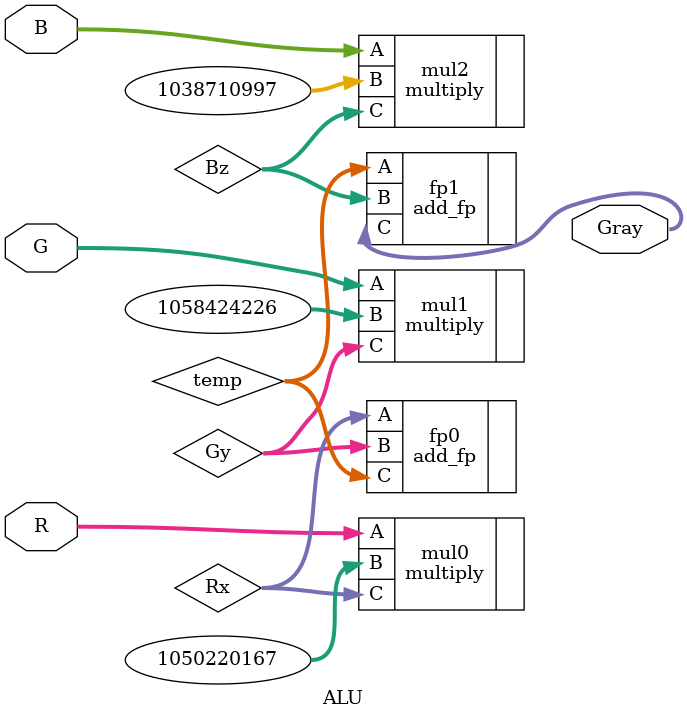
<source format=v>
module ALU (R,G,B,Gray);
input [31:0] R,G,B;
output [31:0] Gray;

wire [31:0] Rx,Gy,Bz,temp,Gr;
parameter P=1;
//0.299*R
multiply mul0 ( .A(R),
		.B(32'h3E991687),   //0.299
		.C(Rx)
		);

//0.587*G
multiply mul1 ( .A(G),
		.B(32'h3F1645A2),  //0.587
		.C(Gy)
		);

//0.114*B
multiply mul2 ( .A(B),
		.B(32'h3DE978D5),   //0.114
		.C(Bz)
		);
//0.299*R + 0.587*G
add_fp fp0(.A(Rx),
	.B(Gy),
	.C(temp)
	);

//0.299*R + 0.587*G + 0.114*B
add_fp fp1(.A(temp),
	.B(Bz),
	.C(Gray)
	);

endmodule 

</source>
